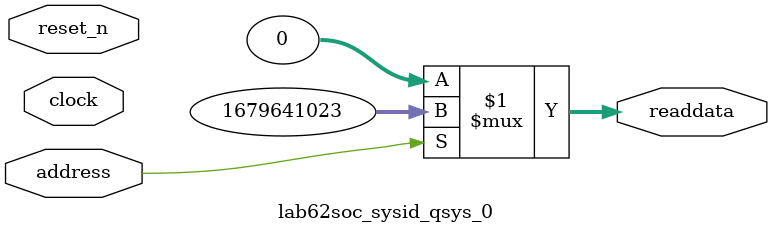
<source format=v>



// synthesis translate_off
`timescale 1ns / 1ps
// synthesis translate_on

// turn off superfluous verilog processor warnings 
// altera message_level Level1 
// altera message_off 10034 10035 10036 10037 10230 10240 10030 

module lab62soc_sysid_qsys_0 (
               // inputs:
                address,
                clock,
                reset_n,

               // outputs:
                readdata
             )
;

  output  [ 31: 0] readdata;
  input            address;
  input            clock;
  input            reset_n;

  wire    [ 31: 0] readdata;
  //control_slave, which is an e_avalon_slave
  assign readdata = address ? 1679641023 : 0;

endmodule



</source>
